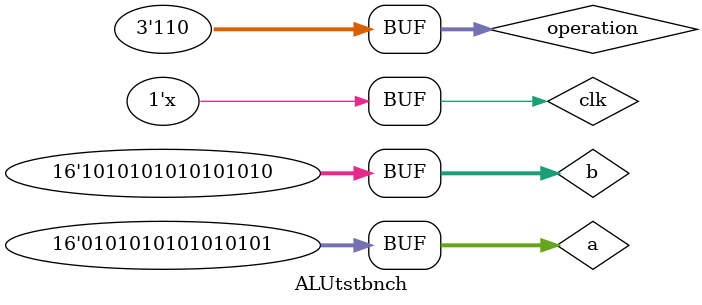
<source format=v>
`timescale 1ns / 1ps

module ALUtstbnch;

	// Inputs
	reg [2:0] operation;
	reg [15:0] a;
	reg [15:0] b;
	reg clk;
	
	
	// Outputs
	wire [15:0] result;
	wire zero;

	// Instantiate the Unit Under Test (UUT)
	ALUtry uut (
		.operation(operation), 
		.a(a), 
		.b(b), 
		.result(result), 
	);
	 always begin
    #5;
    clk = ~clk;
  end
	initial begin
    // Initialize inputs
    operation = 3'b000; // Addition
    a = 16'b0101010101010101;
    b = 16'b0011001100110011;

    #10;

    // Test case 2: Bitwise AND
    operation = 3'b001;
    a = 16'b0101010101010101;
    b = 16'b1010101010101010;
    #10;

    // Test case 3: Subtraction
    operation = 3'b010;
    a = 16'b1001100110011001;
    b = 16'b0011001100110011;
    #10;

    // Test case 4: Bitwise OR
    operation = 3'b011;
    a = 16'b0101010101010101;
    b = 16'b1010101010101010;
    #10;

    // Test case 5: Bitwise XOR
    operation = 3'b100;
    a = 16'b0101010101010101;
    b = 16'b1010101010101010;
    #10;

    // Test case 6: Shift Left Logical
    operation = 3'b101;
    a = 16'b0101010101010101;
    b = 16'b0011;
    #10;

    // Test case 7: Set Less Than
    operation = 3'b110;
    a = 16'b0101010101010101;
    b = 16'b1010101010101010;
    #10;

    // End of simulation
    //$finish;
  end
      
endmodule


</source>
